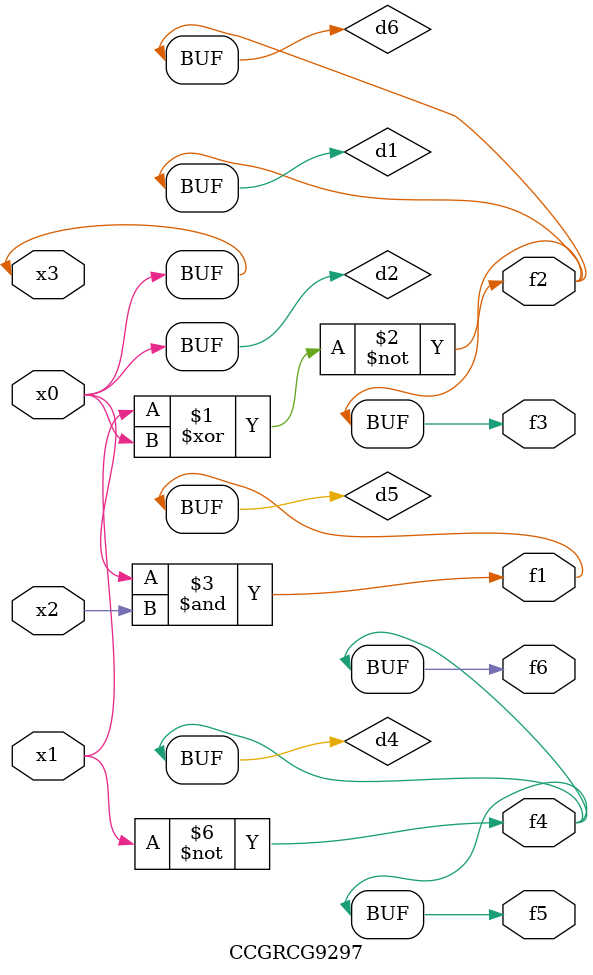
<source format=v>
module CCGRCG9297(
	input x0, x1, x2, x3,
	output f1, f2, f3, f4, f5, f6
);

	wire d1, d2, d3, d4, d5, d6;

	xnor (d1, x1, x3);
	buf (d2, x0, x3);
	nand (d3, x0, x2);
	not (d4, x1);
	nand (d5, d3);
	or (d6, d1);
	assign f1 = d5;
	assign f2 = d6;
	assign f3 = d6;
	assign f4 = d4;
	assign f5 = d4;
	assign f6 = d4;
endmodule

</source>
